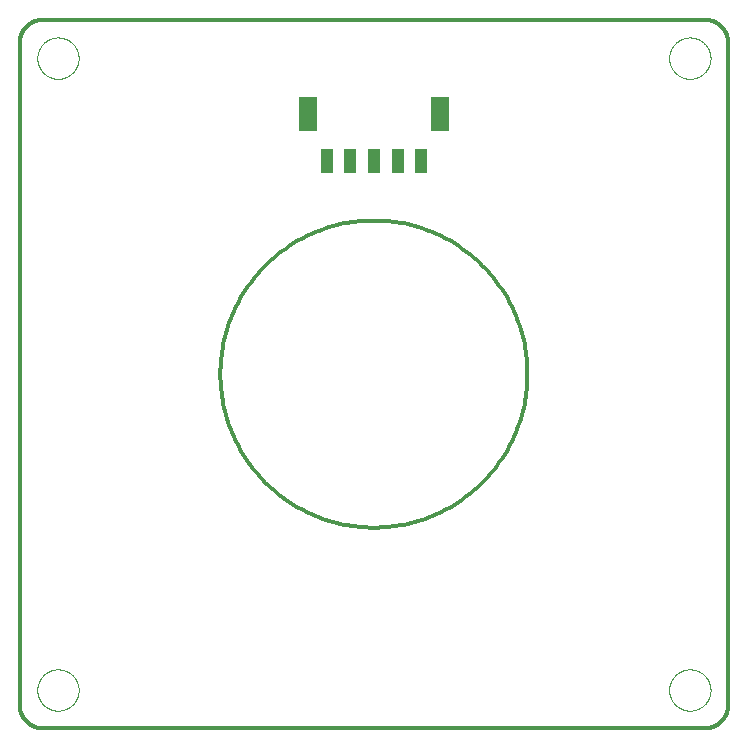
<source format=gbp>
G75*
%MOIN*%
%OFA0B0*%
%FSLAX25Y25*%
%IPPOS*%
%LPD*%
%AMOC8*
5,1,8,0,0,1.08239X$1,22.5*
%
%ADD10C,0.01181*%
%ADD11C,0.00000*%
%ADD12R,0.04331X0.07874*%
%ADD13R,0.06299X0.11811*%
D10*
X0009465Y0003031D02*
X0229937Y0003031D01*
X0229937Y0003032D02*
X0230127Y0003034D01*
X0230317Y0003041D01*
X0230507Y0003053D01*
X0230697Y0003069D01*
X0230886Y0003089D01*
X0231075Y0003115D01*
X0231263Y0003144D01*
X0231450Y0003179D01*
X0231636Y0003218D01*
X0231821Y0003261D01*
X0232006Y0003309D01*
X0232189Y0003361D01*
X0232370Y0003417D01*
X0232550Y0003478D01*
X0232729Y0003544D01*
X0232906Y0003613D01*
X0233082Y0003687D01*
X0233255Y0003765D01*
X0233427Y0003848D01*
X0233596Y0003934D01*
X0233764Y0004024D01*
X0233929Y0004119D01*
X0234092Y0004217D01*
X0234252Y0004320D01*
X0234410Y0004426D01*
X0234565Y0004536D01*
X0234718Y0004649D01*
X0234868Y0004767D01*
X0235014Y0004888D01*
X0235158Y0005012D01*
X0235299Y0005140D01*
X0235437Y0005271D01*
X0235572Y0005406D01*
X0235703Y0005544D01*
X0235831Y0005685D01*
X0235955Y0005829D01*
X0236076Y0005975D01*
X0236194Y0006125D01*
X0236307Y0006278D01*
X0236417Y0006433D01*
X0236523Y0006591D01*
X0236626Y0006751D01*
X0236724Y0006914D01*
X0236819Y0007079D01*
X0236909Y0007247D01*
X0236995Y0007416D01*
X0237078Y0007588D01*
X0237156Y0007761D01*
X0237230Y0007937D01*
X0237299Y0008114D01*
X0237365Y0008293D01*
X0237426Y0008473D01*
X0237482Y0008654D01*
X0237534Y0008837D01*
X0237582Y0009022D01*
X0237625Y0009207D01*
X0237664Y0009393D01*
X0237699Y0009580D01*
X0237728Y0009768D01*
X0237754Y0009957D01*
X0237774Y0010146D01*
X0237790Y0010336D01*
X0237802Y0010526D01*
X0237809Y0010716D01*
X0237811Y0010906D01*
X0237811Y0231378D01*
X0237809Y0231568D01*
X0237802Y0231758D01*
X0237790Y0231948D01*
X0237774Y0232138D01*
X0237754Y0232327D01*
X0237728Y0232516D01*
X0237699Y0232704D01*
X0237664Y0232891D01*
X0237625Y0233077D01*
X0237582Y0233262D01*
X0237534Y0233447D01*
X0237482Y0233630D01*
X0237426Y0233811D01*
X0237365Y0233991D01*
X0237299Y0234170D01*
X0237230Y0234347D01*
X0237156Y0234523D01*
X0237078Y0234696D01*
X0236995Y0234868D01*
X0236909Y0235037D01*
X0236819Y0235205D01*
X0236724Y0235370D01*
X0236626Y0235533D01*
X0236523Y0235693D01*
X0236417Y0235851D01*
X0236307Y0236006D01*
X0236194Y0236159D01*
X0236076Y0236309D01*
X0235955Y0236455D01*
X0235831Y0236599D01*
X0235703Y0236740D01*
X0235572Y0236878D01*
X0235437Y0237013D01*
X0235299Y0237144D01*
X0235158Y0237272D01*
X0235014Y0237396D01*
X0234868Y0237517D01*
X0234718Y0237635D01*
X0234565Y0237748D01*
X0234410Y0237858D01*
X0234252Y0237964D01*
X0234092Y0238067D01*
X0233929Y0238165D01*
X0233764Y0238260D01*
X0233596Y0238350D01*
X0233427Y0238436D01*
X0233255Y0238519D01*
X0233082Y0238597D01*
X0232906Y0238671D01*
X0232729Y0238740D01*
X0232550Y0238806D01*
X0232370Y0238867D01*
X0232189Y0238923D01*
X0232006Y0238975D01*
X0231821Y0239023D01*
X0231636Y0239066D01*
X0231450Y0239105D01*
X0231263Y0239140D01*
X0231075Y0239169D01*
X0230886Y0239195D01*
X0230697Y0239215D01*
X0230507Y0239231D01*
X0230317Y0239243D01*
X0230127Y0239250D01*
X0229937Y0239252D01*
X0009465Y0239252D01*
X0009275Y0239250D01*
X0009085Y0239243D01*
X0008895Y0239231D01*
X0008705Y0239215D01*
X0008516Y0239195D01*
X0008327Y0239169D01*
X0008139Y0239140D01*
X0007952Y0239105D01*
X0007766Y0239066D01*
X0007581Y0239023D01*
X0007396Y0238975D01*
X0007213Y0238923D01*
X0007032Y0238867D01*
X0006852Y0238806D01*
X0006673Y0238740D01*
X0006496Y0238671D01*
X0006320Y0238597D01*
X0006147Y0238519D01*
X0005975Y0238436D01*
X0005806Y0238350D01*
X0005638Y0238260D01*
X0005473Y0238165D01*
X0005310Y0238067D01*
X0005150Y0237964D01*
X0004992Y0237858D01*
X0004837Y0237748D01*
X0004684Y0237635D01*
X0004534Y0237517D01*
X0004388Y0237396D01*
X0004244Y0237272D01*
X0004103Y0237144D01*
X0003965Y0237013D01*
X0003830Y0236878D01*
X0003699Y0236740D01*
X0003571Y0236599D01*
X0003447Y0236455D01*
X0003326Y0236309D01*
X0003208Y0236159D01*
X0003095Y0236006D01*
X0002985Y0235851D01*
X0002879Y0235693D01*
X0002776Y0235533D01*
X0002678Y0235370D01*
X0002583Y0235205D01*
X0002493Y0235037D01*
X0002407Y0234868D01*
X0002324Y0234696D01*
X0002246Y0234523D01*
X0002172Y0234347D01*
X0002103Y0234170D01*
X0002037Y0233991D01*
X0001976Y0233811D01*
X0001920Y0233630D01*
X0001868Y0233447D01*
X0001820Y0233262D01*
X0001777Y0233077D01*
X0001738Y0232891D01*
X0001703Y0232704D01*
X0001674Y0232516D01*
X0001648Y0232327D01*
X0001628Y0232138D01*
X0001612Y0231948D01*
X0001600Y0231758D01*
X0001593Y0231568D01*
X0001591Y0231378D01*
X0001591Y0010906D01*
X0001593Y0010716D01*
X0001600Y0010526D01*
X0001612Y0010336D01*
X0001628Y0010146D01*
X0001648Y0009957D01*
X0001674Y0009768D01*
X0001703Y0009580D01*
X0001738Y0009393D01*
X0001777Y0009207D01*
X0001820Y0009022D01*
X0001868Y0008837D01*
X0001920Y0008654D01*
X0001976Y0008473D01*
X0002037Y0008293D01*
X0002103Y0008114D01*
X0002172Y0007937D01*
X0002246Y0007761D01*
X0002324Y0007588D01*
X0002407Y0007416D01*
X0002493Y0007247D01*
X0002583Y0007079D01*
X0002678Y0006914D01*
X0002776Y0006751D01*
X0002879Y0006591D01*
X0002985Y0006433D01*
X0003095Y0006278D01*
X0003208Y0006125D01*
X0003326Y0005975D01*
X0003447Y0005829D01*
X0003571Y0005685D01*
X0003699Y0005544D01*
X0003830Y0005406D01*
X0003965Y0005271D01*
X0004103Y0005140D01*
X0004244Y0005012D01*
X0004388Y0004888D01*
X0004534Y0004767D01*
X0004684Y0004649D01*
X0004837Y0004536D01*
X0004992Y0004426D01*
X0005150Y0004320D01*
X0005310Y0004217D01*
X0005473Y0004119D01*
X0005638Y0004024D01*
X0005806Y0003934D01*
X0005975Y0003848D01*
X0006147Y0003765D01*
X0006320Y0003687D01*
X0006496Y0003613D01*
X0006673Y0003544D01*
X0006852Y0003478D01*
X0007032Y0003417D01*
X0007213Y0003361D01*
X0007396Y0003309D01*
X0007581Y0003261D01*
X0007766Y0003218D01*
X0007952Y0003179D01*
X0008139Y0003144D01*
X0008327Y0003115D01*
X0008516Y0003089D01*
X0008705Y0003069D01*
X0008895Y0003053D01*
X0009085Y0003041D01*
X0009275Y0003034D01*
X0009465Y0003032D01*
X0068520Y0121142D02*
X0068535Y0122398D01*
X0068582Y0123653D01*
X0068659Y0124907D01*
X0068766Y0126159D01*
X0068905Y0127407D01*
X0069074Y0128652D01*
X0069274Y0129892D01*
X0069503Y0131127D01*
X0069764Y0132356D01*
X0070054Y0133578D01*
X0070374Y0134793D01*
X0070724Y0135999D01*
X0071103Y0137197D01*
X0071512Y0138384D01*
X0071949Y0139562D01*
X0072416Y0140728D01*
X0072911Y0141883D01*
X0073434Y0143025D01*
X0073985Y0144154D01*
X0074563Y0145269D01*
X0075169Y0146369D01*
X0075802Y0147454D01*
X0076461Y0148524D01*
X0077146Y0149577D01*
X0077856Y0150612D01*
X0078592Y0151630D01*
X0079353Y0152630D01*
X0080138Y0153611D01*
X0080946Y0154572D01*
X0081778Y0155513D01*
X0082633Y0156433D01*
X0083511Y0157332D01*
X0084410Y0158210D01*
X0085330Y0159065D01*
X0086271Y0159897D01*
X0087232Y0160705D01*
X0088213Y0161490D01*
X0089213Y0162251D01*
X0090231Y0162987D01*
X0091266Y0163697D01*
X0092319Y0164382D01*
X0093389Y0165041D01*
X0094474Y0165674D01*
X0095574Y0166280D01*
X0096689Y0166858D01*
X0097818Y0167409D01*
X0098960Y0167932D01*
X0100115Y0168427D01*
X0101281Y0168894D01*
X0102459Y0169331D01*
X0103646Y0169740D01*
X0104844Y0170119D01*
X0106050Y0170469D01*
X0107265Y0170789D01*
X0108487Y0171079D01*
X0109716Y0171340D01*
X0110951Y0171569D01*
X0112191Y0171769D01*
X0113436Y0171938D01*
X0114684Y0172077D01*
X0115936Y0172184D01*
X0117190Y0172261D01*
X0118445Y0172308D01*
X0119701Y0172323D01*
X0120957Y0172308D01*
X0122212Y0172261D01*
X0123466Y0172184D01*
X0124718Y0172077D01*
X0125966Y0171938D01*
X0127211Y0171769D01*
X0128451Y0171569D01*
X0129686Y0171340D01*
X0130915Y0171079D01*
X0132137Y0170789D01*
X0133352Y0170469D01*
X0134558Y0170119D01*
X0135756Y0169740D01*
X0136943Y0169331D01*
X0138121Y0168894D01*
X0139287Y0168427D01*
X0140442Y0167932D01*
X0141584Y0167409D01*
X0142713Y0166858D01*
X0143828Y0166280D01*
X0144928Y0165674D01*
X0146013Y0165041D01*
X0147083Y0164382D01*
X0148136Y0163697D01*
X0149171Y0162987D01*
X0150189Y0162251D01*
X0151189Y0161490D01*
X0152170Y0160705D01*
X0153131Y0159897D01*
X0154072Y0159065D01*
X0154992Y0158210D01*
X0155891Y0157332D01*
X0156769Y0156433D01*
X0157624Y0155513D01*
X0158456Y0154572D01*
X0159264Y0153611D01*
X0160049Y0152630D01*
X0160810Y0151630D01*
X0161546Y0150612D01*
X0162256Y0149577D01*
X0162941Y0148524D01*
X0163600Y0147454D01*
X0164233Y0146369D01*
X0164839Y0145269D01*
X0165417Y0144154D01*
X0165968Y0143025D01*
X0166491Y0141883D01*
X0166986Y0140728D01*
X0167453Y0139562D01*
X0167890Y0138384D01*
X0168299Y0137197D01*
X0168678Y0135999D01*
X0169028Y0134793D01*
X0169348Y0133578D01*
X0169638Y0132356D01*
X0169899Y0131127D01*
X0170128Y0129892D01*
X0170328Y0128652D01*
X0170497Y0127407D01*
X0170636Y0126159D01*
X0170743Y0124907D01*
X0170820Y0123653D01*
X0170867Y0122398D01*
X0170882Y0121142D01*
X0170867Y0119886D01*
X0170820Y0118631D01*
X0170743Y0117377D01*
X0170636Y0116125D01*
X0170497Y0114877D01*
X0170328Y0113632D01*
X0170128Y0112392D01*
X0169899Y0111157D01*
X0169638Y0109928D01*
X0169348Y0108706D01*
X0169028Y0107491D01*
X0168678Y0106285D01*
X0168299Y0105087D01*
X0167890Y0103900D01*
X0167453Y0102722D01*
X0166986Y0101556D01*
X0166491Y0100401D01*
X0165968Y0099259D01*
X0165417Y0098130D01*
X0164839Y0097015D01*
X0164233Y0095915D01*
X0163600Y0094830D01*
X0162941Y0093760D01*
X0162256Y0092707D01*
X0161546Y0091672D01*
X0160810Y0090654D01*
X0160049Y0089654D01*
X0159264Y0088673D01*
X0158456Y0087712D01*
X0157624Y0086771D01*
X0156769Y0085851D01*
X0155891Y0084952D01*
X0154992Y0084074D01*
X0154072Y0083219D01*
X0153131Y0082387D01*
X0152170Y0081579D01*
X0151189Y0080794D01*
X0150189Y0080033D01*
X0149171Y0079297D01*
X0148136Y0078587D01*
X0147083Y0077902D01*
X0146013Y0077243D01*
X0144928Y0076610D01*
X0143828Y0076004D01*
X0142713Y0075426D01*
X0141584Y0074875D01*
X0140442Y0074352D01*
X0139287Y0073857D01*
X0138121Y0073390D01*
X0136943Y0072953D01*
X0135756Y0072544D01*
X0134558Y0072165D01*
X0133352Y0071815D01*
X0132137Y0071495D01*
X0130915Y0071205D01*
X0129686Y0070944D01*
X0128451Y0070715D01*
X0127211Y0070515D01*
X0125966Y0070346D01*
X0124718Y0070207D01*
X0123466Y0070100D01*
X0122212Y0070023D01*
X0120957Y0069976D01*
X0119701Y0069961D01*
X0118445Y0069976D01*
X0117190Y0070023D01*
X0115936Y0070100D01*
X0114684Y0070207D01*
X0113436Y0070346D01*
X0112191Y0070515D01*
X0110951Y0070715D01*
X0109716Y0070944D01*
X0108487Y0071205D01*
X0107265Y0071495D01*
X0106050Y0071815D01*
X0104844Y0072165D01*
X0103646Y0072544D01*
X0102459Y0072953D01*
X0101281Y0073390D01*
X0100115Y0073857D01*
X0098960Y0074352D01*
X0097818Y0074875D01*
X0096689Y0075426D01*
X0095574Y0076004D01*
X0094474Y0076610D01*
X0093389Y0077243D01*
X0092319Y0077902D01*
X0091266Y0078587D01*
X0090231Y0079297D01*
X0089213Y0080033D01*
X0088213Y0080794D01*
X0087232Y0081579D01*
X0086271Y0082387D01*
X0085330Y0083219D01*
X0084410Y0084074D01*
X0083511Y0084952D01*
X0082633Y0085851D01*
X0081778Y0086771D01*
X0080946Y0087712D01*
X0080138Y0088673D01*
X0079353Y0089654D01*
X0078592Y0090654D01*
X0077856Y0091672D01*
X0077146Y0092707D01*
X0076461Y0093760D01*
X0075802Y0094830D01*
X0075169Y0095915D01*
X0074563Y0097015D01*
X0073985Y0098130D01*
X0073434Y0099259D01*
X0072911Y0100401D01*
X0072416Y0101556D01*
X0071949Y0102722D01*
X0071512Y0103900D01*
X0071103Y0105087D01*
X0070724Y0106285D01*
X0070374Y0107491D01*
X0070054Y0108706D01*
X0069764Y0109928D01*
X0069503Y0111157D01*
X0069274Y0112392D01*
X0069074Y0113632D01*
X0068905Y0114877D01*
X0068766Y0116125D01*
X0068659Y0117377D01*
X0068582Y0118631D01*
X0068535Y0119886D01*
X0068520Y0121142D01*
D11*
X0007496Y0226457D02*
X0007498Y0226626D01*
X0007504Y0226795D01*
X0007515Y0226964D01*
X0007529Y0227132D01*
X0007548Y0227300D01*
X0007571Y0227468D01*
X0007597Y0227635D01*
X0007628Y0227801D01*
X0007663Y0227967D01*
X0007702Y0228131D01*
X0007746Y0228295D01*
X0007793Y0228457D01*
X0007844Y0228618D01*
X0007899Y0228778D01*
X0007958Y0228937D01*
X0008020Y0229094D01*
X0008087Y0229249D01*
X0008158Y0229403D01*
X0008232Y0229555D01*
X0008310Y0229705D01*
X0008391Y0229853D01*
X0008476Y0229999D01*
X0008565Y0230143D01*
X0008657Y0230285D01*
X0008753Y0230424D01*
X0008852Y0230561D01*
X0008954Y0230696D01*
X0009060Y0230828D01*
X0009169Y0230957D01*
X0009281Y0231084D01*
X0009396Y0231208D01*
X0009514Y0231329D01*
X0009635Y0231447D01*
X0009759Y0231562D01*
X0009886Y0231674D01*
X0010015Y0231783D01*
X0010147Y0231889D01*
X0010282Y0231991D01*
X0010419Y0232090D01*
X0010558Y0232186D01*
X0010700Y0232278D01*
X0010844Y0232367D01*
X0010990Y0232452D01*
X0011138Y0232533D01*
X0011288Y0232611D01*
X0011440Y0232685D01*
X0011594Y0232756D01*
X0011749Y0232823D01*
X0011906Y0232885D01*
X0012065Y0232944D01*
X0012225Y0232999D01*
X0012386Y0233050D01*
X0012548Y0233097D01*
X0012712Y0233141D01*
X0012876Y0233180D01*
X0013042Y0233215D01*
X0013208Y0233246D01*
X0013375Y0233272D01*
X0013543Y0233295D01*
X0013711Y0233314D01*
X0013879Y0233328D01*
X0014048Y0233339D01*
X0014217Y0233345D01*
X0014386Y0233347D01*
X0014555Y0233345D01*
X0014724Y0233339D01*
X0014893Y0233328D01*
X0015061Y0233314D01*
X0015229Y0233295D01*
X0015397Y0233272D01*
X0015564Y0233246D01*
X0015730Y0233215D01*
X0015896Y0233180D01*
X0016060Y0233141D01*
X0016224Y0233097D01*
X0016386Y0233050D01*
X0016547Y0232999D01*
X0016707Y0232944D01*
X0016866Y0232885D01*
X0017023Y0232823D01*
X0017178Y0232756D01*
X0017332Y0232685D01*
X0017484Y0232611D01*
X0017634Y0232533D01*
X0017782Y0232452D01*
X0017928Y0232367D01*
X0018072Y0232278D01*
X0018214Y0232186D01*
X0018353Y0232090D01*
X0018490Y0231991D01*
X0018625Y0231889D01*
X0018757Y0231783D01*
X0018886Y0231674D01*
X0019013Y0231562D01*
X0019137Y0231447D01*
X0019258Y0231329D01*
X0019376Y0231208D01*
X0019491Y0231084D01*
X0019603Y0230957D01*
X0019712Y0230828D01*
X0019818Y0230696D01*
X0019920Y0230561D01*
X0020019Y0230424D01*
X0020115Y0230285D01*
X0020207Y0230143D01*
X0020296Y0229999D01*
X0020381Y0229853D01*
X0020462Y0229705D01*
X0020540Y0229555D01*
X0020614Y0229403D01*
X0020685Y0229249D01*
X0020752Y0229094D01*
X0020814Y0228937D01*
X0020873Y0228778D01*
X0020928Y0228618D01*
X0020979Y0228457D01*
X0021026Y0228295D01*
X0021070Y0228131D01*
X0021109Y0227967D01*
X0021144Y0227801D01*
X0021175Y0227635D01*
X0021201Y0227468D01*
X0021224Y0227300D01*
X0021243Y0227132D01*
X0021257Y0226964D01*
X0021268Y0226795D01*
X0021274Y0226626D01*
X0021276Y0226457D01*
X0021274Y0226288D01*
X0021268Y0226119D01*
X0021257Y0225950D01*
X0021243Y0225782D01*
X0021224Y0225614D01*
X0021201Y0225446D01*
X0021175Y0225279D01*
X0021144Y0225113D01*
X0021109Y0224947D01*
X0021070Y0224783D01*
X0021026Y0224619D01*
X0020979Y0224457D01*
X0020928Y0224296D01*
X0020873Y0224136D01*
X0020814Y0223977D01*
X0020752Y0223820D01*
X0020685Y0223665D01*
X0020614Y0223511D01*
X0020540Y0223359D01*
X0020462Y0223209D01*
X0020381Y0223061D01*
X0020296Y0222915D01*
X0020207Y0222771D01*
X0020115Y0222629D01*
X0020019Y0222490D01*
X0019920Y0222353D01*
X0019818Y0222218D01*
X0019712Y0222086D01*
X0019603Y0221957D01*
X0019491Y0221830D01*
X0019376Y0221706D01*
X0019258Y0221585D01*
X0019137Y0221467D01*
X0019013Y0221352D01*
X0018886Y0221240D01*
X0018757Y0221131D01*
X0018625Y0221025D01*
X0018490Y0220923D01*
X0018353Y0220824D01*
X0018214Y0220728D01*
X0018072Y0220636D01*
X0017928Y0220547D01*
X0017782Y0220462D01*
X0017634Y0220381D01*
X0017484Y0220303D01*
X0017332Y0220229D01*
X0017178Y0220158D01*
X0017023Y0220091D01*
X0016866Y0220029D01*
X0016707Y0219970D01*
X0016547Y0219915D01*
X0016386Y0219864D01*
X0016224Y0219817D01*
X0016060Y0219773D01*
X0015896Y0219734D01*
X0015730Y0219699D01*
X0015564Y0219668D01*
X0015397Y0219642D01*
X0015229Y0219619D01*
X0015061Y0219600D01*
X0014893Y0219586D01*
X0014724Y0219575D01*
X0014555Y0219569D01*
X0014386Y0219567D01*
X0014217Y0219569D01*
X0014048Y0219575D01*
X0013879Y0219586D01*
X0013711Y0219600D01*
X0013543Y0219619D01*
X0013375Y0219642D01*
X0013208Y0219668D01*
X0013042Y0219699D01*
X0012876Y0219734D01*
X0012712Y0219773D01*
X0012548Y0219817D01*
X0012386Y0219864D01*
X0012225Y0219915D01*
X0012065Y0219970D01*
X0011906Y0220029D01*
X0011749Y0220091D01*
X0011594Y0220158D01*
X0011440Y0220229D01*
X0011288Y0220303D01*
X0011138Y0220381D01*
X0010990Y0220462D01*
X0010844Y0220547D01*
X0010700Y0220636D01*
X0010558Y0220728D01*
X0010419Y0220824D01*
X0010282Y0220923D01*
X0010147Y0221025D01*
X0010015Y0221131D01*
X0009886Y0221240D01*
X0009759Y0221352D01*
X0009635Y0221467D01*
X0009514Y0221585D01*
X0009396Y0221706D01*
X0009281Y0221830D01*
X0009169Y0221957D01*
X0009060Y0222086D01*
X0008954Y0222218D01*
X0008852Y0222353D01*
X0008753Y0222490D01*
X0008657Y0222629D01*
X0008565Y0222771D01*
X0008476Y0222915D01*
X0008391Y0223061D01*
X0008310Y0223209D01*
X0008232Y0223359D01*
X0008158Y0223511D01*
X0008087Y0223665D01*
X0008020Y0223820D01*
X0007958Y0223977D01*
X0007899Y0224136D01*
X0007844Y0224296D01*
X0007793Y0224457D01*
X0007746Y0224619D01*
X0007702Y0224783D01*
X0007663Y0224947D01*
X0007628Y0225113D01*
X0007597Y0225279D01*
X0007571Y0225446D01*
X0007548Y0225614D01*
X0007529Y0225782D01*
X0007515Y0225950D01*
X0007504Y0226119D01*
X0007498Y0226288D01*
X0007496Y0226457D01*
X0007496Y0015827D02*
X0007498Y0015996D01*
X0007504Y0016165D01*
X0007515Y0016334D01*
X0007529Y0016502D01*
X0007548Y0016670D01*
X0007571Y0016838D01*
X0007597Y0017005D01*
X0007628Y0017171D01*
X0007663Y0017337D01*
X0007702Y0017501D01*
X0007746Y0017665D01*
X0007793Y0017827D01*
X0007844Y0017988D01*
X0007899Y0018148D01*
X0007958Y0018307D01*
X0008020Y0018464D01*
X0008087Y0018619D01*
X0008158Y0018773D01*
X0008232Y0018925D01*
X0008310Y0019075D01*
X0008391Y0019223D01*
X0008476Y0019369D01*
X0008565Y0019513D01*
X0008657Y0019655D01*
X0008753Y0019794D01*
X0008852Y0019931D01*
X0008954Y0020066D01*
X0009060Y0020198D01*
X0009169Y0020327D01*
X0009281Y0020454D01*
X0009396Y0020578D01*
X0009514Y0020699D01*
X0009635Y0020817D01*
X0009759Y0020932D01*
X0009886Y0021044D01*
X0010015Y0021153D01*
X0010147Y0021259D01*
X0010282Y0021361D01*
X0010419Y0021460D01*
X0010558Y0021556D01*
X0010700Y0021648D01*
X0010844Y0021737D01*
X0010990Y0021822D01*
X0011138Y0021903D01*
X0011288Y0021981D01*
X0011440Y0022055D01*
X0011594Y0022126D01*
X0011749Y0022193D01*
X0011906Y0022255D01*
X0012065Y0022314D01*
X0012225Y0022369D01*
X0012386Y0022420D01*
X0012548Y0022467D01*
X0012712Y0022511D01*
X0012876Y0022550D01*
X0013042Y0022585D01*
X0013208Y0022616D01*
X0013375Y0022642D01*
X0013543Y0022665D01*
X0013711Y0022684D01*
X0013879Y0022698D01*
X0014048Y0022709D01*
X0014217Y0022715D01*
X0014386Y0022717D01*
X0014555Y0022715D01*
X0014724Y0022709D01*
X0014893Y0022698D01*
X0015061Y0022684D01*
X0015229Y0022665D01*
X0015397Y0022642D01*
X0015564Y0022616D01*
X0015730Y0022585D01*
X0015896Y0022550D01*
X0016060Y0022511D01*
X0016224Y0022467D01*
X0016386Y0022420D01*
X0016547Y0022369D01*
X0016707Y0022314D01*
X0016866Y0022255D01*
X0017023Y0022193D01*
X0017178Y0022126D01*
X0017332Y0022055D01*
X0017484Y0021981D01*
X0017634Y0021903D01*
X0017782Y0021822D01*
X0017928Y0021737D01*
X0018072Y0021648D01*
X0018214Y0021556D01*
X0018353Y0021460D01*
X0018490Y0021361D01*
X0018625Y0021259D01*
X0018757Y0021153D01*
X0018886Y0021044D01*
X0019013Y0020932D01*
X0019137Y0020817D01*
X0019258Y0020699D01*
X0019376Y0020578D01*
X0019491Y0020454D01*
X0019603Y0020327D01*
X0019712Y0020198D01*
X0019818Y0020066D01*
X0019920Y0019931D01*
X0020019Y0019794D01*
X0020115Y0019655D01*
X0020207Y0019513D01*
X0020296Y0019369D01*
X0020381Y0019223D01*
X0020462Y0019075D01*
X0020540Y0018925D01*
X0020614Y0018773D01*
X0020685Y0018619D01*
X0020752Y0018464D01*
X0020814Y0018307D01*
X0020873Y0018148D01*
X0020928Y0017988D01*
X0020979Y0017827D01*
X0021026Y0017665D01*
X0021070Y0017501D01*
X0021109Y0017337D01*
X0021144Y0017171D01*
X0021175Y0017005D01*
X0021201Y0016838D01*
X0021224Y0016670D01*
X0021243Y0016502D01*
X0021257Y0016334D01*
X0021268Y0016165D01*
X0021274Y0015996D01*
X0021276Y0015827D01*
X0021274Y0015658D01*
X0021268Y0015489D01*
X0021257Y0015320D01*
X0021243Y0015152D01*
X0021224Y0014984D01*
X0021201Y0014816D01*
X0021175Y0014649D01*
X0021144Y0014483D01*
X0021109Y0014317D01*
X0021070Y0014153D01*
X0021026Y0013989D01*
X0020979Y0013827D01*
X0020928Y0013666D01*
X0020873Y0013506D01*
X0020814Y0013347D01*
X0020752Y0013190D01*
X0020685Y0013035D01*
X0020614Y0012881D01*
X0020540Y0012729D01*
X0020462Y0012579D01*
X0020381Y0012431D01*
X0020296Y0012285D01*
X0020207Y0012141D01*
X0020115Y0011999D01*
X0020019Y0011860D01*
X0019920Y0011723D01*
X0019818Y0011588D01*
X0019712Y0011456D01*
X0019603Y0011327D01*
X0019491Y0011200D01*
X0019376Y0011076D01*
X0019258Y0010955D01*
X0019137Y0010837D01*
X0019013Y0010722D01*
X0018886Y0010610D01*
X0018757Y0010501D01*
X0018625Y0010395D01*
X0018490Y0010293D01*
X0018353Y0010194D01*
X0018214Y0010098D01*
X0018072Y0010006D01*
X0017928Y0009917D01*
X0017782Y0009832D01*
X0017634Y0009751D01*
X0017484Y0009673D01*
X0017332Y0009599D01*
X0017178Y0009528D01*
X0017023Y0009461D01*
X0016866Y0009399D01*
X0016707Y0009340D01*
X0016547Y0009285D01*
X0016386Y0009234D01*
X0016224Y0009187D01*
X0016060Y0009143D01*
X0015896Y0009104D01*
X0015730Y0009069D01*
X0015564Y0009038D01*
X0015397Y0009012D01*
X0015229Y0008989D01*
X0015061Y0008970D01*
X0014893Y0008956D01*
X0014724Y0008945D01*
X0014555Y0008939D01*
X0014386Y0008937D01*
X0014217Y0008939D01*
X0014048Y0008945D01*
X0013879Y0008956D01*
X0013711Y0008970D01*
X0013543Y0008989D01*
X0013375Y0009012D01*
X0013208Y0009038D01*
X0013042Y0009069D01*
X0012876Y0009104D01*
X0012712Y0009143D01*
X0012548Y0009187D01*
X0012386Y0009234D01*
X0012225Y0009285D01*
X0012065Y0009340D01*
X0011906Y0009399D01*
X0011749Y0009461D01*
X0011594Y0009528D01*
X0011440Y0009599D01*
X0011288Y0009673D01*
X0011138Y0009751D01*
X0010990Y0009832D01*
X0010844Y0009917D01*
X0010700Y0010006D01*
X0010558Y0010098D01*
X0010419Y0010194D01*
X0010282Y0010293D01*
X0010147Y0010395D01*
X0010015Y0010501D01*
X0009886Y0010610D01*
X0009759Y0010722D01*
X0009635Y0010837D01*
X0009514Y0010955D01*
X0009396Y0011076D01*
X0009281Y0011200D01*
X0009169Y0011327D01*
X0009060Y0011456D01*
X0008954Y0011588D01*
X0008852Y0011723D01*
X0008753Y0011860D01*
X0008657Y0011999D01*
X0008565Y0012141D01*
X0008476Y0012285D01*
X0008391Y0012431D01*
X0008310Y0012579D01*
X0008232Y0012729D01*
X0008158Y0012881D01*
X0008087Y0013035D01*
X0008020Y0013190D01*
X0007958Y0013347D01*
X0007899Y0013506D01*
X0007844Y0013666D01*
X0007793Y0013827D01*
X0007746Y0013989D01*
X0007702Y0014153D01*
X0007663Y0014317D01*
X0007628Y0014483D01*
X0007597Y0014649D01*
X0007571Y0014816D01*
X0007548Y0014984D01*
X0007529Y0015152D01*
X0007515Y0015320D01*
X0007504Y0015489D01*
X0007498Y0015658D01*
X0007496Y0015827D01*
X0218126Y0015827D02*
X0218128Y0015996D01*
X0218134Y0016165D01*
X0218145Y0016334D01*
X0218159Y0016502D01*
X0218178Y0016670D01*
X0218201Y0016838D01*
X0218227Y0017005D01*
X0218258Y0017171D01*
X0218293Y0017337D01*
X0218332Y0017501D01*
X0218376Y0017665D01*
X0218423Y0017827D01*
X0218474Y0017988D01*
X0218529Y0018148D01*
X0218588Y0018307D01*
X0218650Y0018464D01*
X0218717Y0018619D01*
X0218788Y0018773D01*
X0218862Y0018925D01*
X0218940Y0019075D01*
X0219021Y0019223D01*
X0219106Y0019369D01*
X0219195Y0019513D01*
X0219287Y0019655D01*
X0219383Y0019794D01*
X0219482Y0019931D01*
X0219584Y0020066D01*
X0219690Y0020198D01*
X0219799Y0020327D01*
X0219911Y0020454D01*
X0220026Y0020578D01*
X0220144Y0020699D01*
X0220265Y0020817D01*
X0220389Y0020932D01*
X0220516Y0021044D01*
X0220645Y0021153D01*
X0220777Y0021259D01*
X0220912Y0021361D01*
X0221049Y0021460D01*
X0221188Y0021556D01*
X0221330Y0021648D01*
X0221474Y0021737D01*
X0221620Y0021822D01*
X0221768Y0021903D01*
X0221918Y0021981D01*
X0222070Y0022055D01*
X0222224Y0022126D01*
X0222379Y0022193D01*
X0222536Y0022255D01*
X0222695Y0022314D01*
X0222855Y0022369D01*
X0223016Y0022420D01*
X0223178Y0022467D01*
X0223342Y0022511D01*
X0223506Y0022550D01*
X0223672Y0022585D01*
X0223838Y0022616D01*
X0224005Y0022642D01*
X0224173Y0022665D01*
X0224341Y0022684D01*
X0224509Y0022698D01*
X0224678Y0022709D01*
X0224847Y0022715D01*
X0225016Y0022717D01*
X0225185Y0022715D01*
X0225354Y0022709D01*
X0225523Y0022698D01*
X0225691Y0022684D01*
X0225859Y0022665D01*
X0226027Y0022642D01*
X0226194Y0022616D01*
X0226360Y0022585D01*
X0226526Y0022550D01*
X0226690Y0022511D01*
X0226854Y0022467D01*
X0227016Y0022420D01*
X0227177Y0022369D01*
X0227337Y0022314D01*
X0227496Y0022255D01*
X0227653Y0022193D01*
X0227808Y0022126D01*
X0227962Y0022055D01*
X0228114Y0021981D01*
X0228264Y0021903D01*
X0228412Y0021822D01*
X0228558Y0021737D01*
X0228702Y0021648D01*
X0228844Y0021556D01*
X0228983Y0021460D01*
X0229120Y0021361D01*
X0229255Y0021259D01*
X0229387Y0021153D01*
X0229516Y0021044D01*
X0229643Y0020932D01*
X0229767Y0020817D01*
X0229888Y0020699D01*
X0230006Y0020578D01*
X0230121Y0020454D01*
X0230233Y0020327D01*
X0230342Y0020198D01*
X0230448Y0020066D01*
X0230550Y0019931D01*
X0230649Y0019794D01*
X0230745Y0019655D01*
X0230837Y0019513D01*
X0230926Y0019369D01*
X0231011Y0019223D01*
X0231092Y0019075D01*
X0231170Y0018925D01*
X0231244Y0018773D01*
X0231315Y0018619D01*
X0231382Y0018464D01*
X0231444Y0018307D01*
X0231503Y0018148D01*
X0231558Y0017988D01*
X0231609Y0017827D01*
X0231656Y0017665D01*
X0231700Y0017501D01*
X0231739Y0017337D01*
X0231774Y0017171D01*
X0231805Y0017005D01*
X0231831Y0016838D01*
X0231854Y0016670D01*
X0231873Y0016502D01*
X0231887Y0016334D01*
X0231898Y0016165D01*
X0231904Y0015996D01*
X0231906Y0015827D01*
X0231904Y0015658D01*
X0231898Y0015489D01*
X0231887Y0015320D01*
X0231873Y0015152D01*
X0231854Y0014984D01*
X0231831Y0014816D01*
X0231805Y0014649D01*
X0231774Y0014483D01*
X0231739Y0014317D01*
X0231700Y0014153D01*
X0231656Y0013989D01*
X0231609Y0013827D01*
X0231558Y0013666D01*
X0231503Y0013506D01*
X0231444Y0013347D01*
X0231382Y0013190D01*
X0231315Y0013035D01*
X0231244Y0012881D01*
X0231170Y0012729D01*
X0231092Y0012579D01*
X0231011Y0012431D01*
X0230926Y0012285D01*
X0230837Y0012141D01*
X0230745Y0011999D01*
X0230649Y0011860D01*
X0230550Y0011723D01*
X0230448Y0011588D01*
X0230342Y0011456D01*
X0230233Y0011327D01*
X0230121Y0011200D01*
X0230006Y0011076D01*
X0229888Y0010955D01*
X0229767Y0010837D01*
X0229643Y0010722D01*
X0229516Y0010610D01*
X0229387Y0010501D01*
X0229255Y0010395D01*
X0229120Y0010293D01*
X0228983Y0010194D01*
X0228844Y0010098D01*
X0228702Y0010006D01*
X0228558Y0009917D01*
X0228412Y0009832D01*
X0228264Y0009751D01*
X0228114Y0009673D01*
X0227962Y0009599D01*
X0227808Y0009528D01*
X0227653Y0009461D01*
X0227496Y0009399D01*
X0227337Y0009340D01*
X0227177Y0009285D01*
X0227016Y0009234D01*
X0226854Y0009187D01*
X0226690Y0009143D01*
X0226526Y0009104D01*
X0226360Y0009069D01*
X0226194Y0009038D01*
X0226027Y0009012D01*
X0225859Y0008989D01*
X0225691Y0008970D01*
X0225523Y0008956D01*
X0225354Y0008945D01*
X0225185Y0008939D01*
X0225016Y0008937D01*
X0224847Y0008939D01*
X0224678Y0008945D01*
X0224509Y0008956D01*
X0224341Y0008970D01*
X0224173Y0008989D01*
X0224005Y0009012D01*
X0223838Y0009038D01*
X0223672Y0009069D01*
X0223506Y0009104D01*
X0223342Y0009143D01*
X0223178Y0009187D01*
X0223016Y0009234D01*
X0222855Y0009285D01*
X0222695Y0009340D01*
X0222536Y0009399D01*
X0222379Y0009461D01*
X0222224Y0009528D01*
X0222070Y0009599D01*
X0221918Y0009673D01*
X0221768Y0009751D01*
X0221620Y0009832D01*
X0221474Y0009917D01*
X0221330Y0010006D01*
X0221188Y0010098D01*
X0221049Y0010194D01*
X0220912Y0010293D01*
X0220777Y0010395D01*
X0220645Y0010501D01*
X0220516Y0010610D01*
X0220389Y0010722D01*
X0220265Y0010837D01*
X0220144Y0010955D01*
X0220026Y0011076D01*
X0219911Y0011200D01*
X0219799Y0011327D01*
X0219690Y0011456D01*
X0219584Y0011588D01*
X0219482Y0011723D01*
X0219383Y0011860D01*
X0219287Y0011999D01*
X0219195Y0012141D01*
X0219106Y0012285D01*
X0219021Y0012431D01*
X0218940Y0012579D01*
X0218862Y0012729D01*
X0218788Y0012881D01*
X0218717Y0013035D01*
X0218650Y0013190D01*
X0218588Y0013347D01*
X0218529Y0013506D01*
X0218474Y0013666D01*
X0218423Y0013827D01*
X0218376Y0013989D01*
X0218332Y0014153D01*
X0218293Y0014317D01*
X0218258Y0014483D01*
X0218227Y0014649D01*
X0218201Y0014816D01*
X0218178Y0014984D01*
X0218159Y0015152D01*
X0218145Y0015320D01*
X0218134Y0015489D01*
X0218128Y0015658D01*
X0218126Y0015827D01*
X0218126Y0226457D02*
X0218128Y0226626D01*
X0218134Y0226795D01*
X0218145Y0226964D01*
X0218159Y0227132D01*
X0218178Y0227300D01*
X0218201Y0227468D01*
X0218227Y0227635D01*
X0218258Y0227801D01*
X0218293Y0227967D01*
X0218332Y0228131D01*
X0218376Y0228295D01*
X0218423Y0228457D01*
X0218474Y0228618D01*
X0218529Y0228778D01*
X0218588Y0228937D01*
X0218650Y0229094D01*
X0218717Y0229249D01*
X0218788Y0229403D01*
X0218862Y0229555D01*
X0218940Y0229705D01*
X0219021Y0229853D01*
X0219106Y0229999D01*
X0219195Y0230143D01*
X0219287Y0230285D01*
X0219383Y0230424D01*
X0219482Y0230561D01*
X0219584Y0230696D01*
X0219690Y0230828D01*
X0219799Y0230957D01*
X0219911Y0231084D01*
X0220026Y0231208D01*
X0220144Y0231329D01*
X0220265Y0231447D01*
X0220389Y0231562D01*
X0220516Y0231674D01*
X0220645Y0231783D01*
X0220777Y0231889D01*
X0220912Y0231991D01*
X0221049Y0232090D01*
X0221188Y0232186D01*
X0221330Y0232278D01*
X0221474Y0232367D01*
X0221620Y0232452D01*
X0221768Y0232533D01*
X0221918Y0232611D01*
X0222070Y0232685D01*
X0222224Y0232756D01*
X0222379Y0232823D01*
X0222536Y0232885D01*
X0222695Y0232944D01*
X0222855Y0232999D01*
X0223016Y0233050D01*
X0223178Y0233097D01*
X0223342Y0233141D01*
X0223506Y0233180D01*
X0223672Y0233215D01*
X0223838Y0233246D01*
X0224005Y0233272D01*
X0224173Y0233295D01*
X0224341Y0233314D01*
X0224509Y0233328D01*
X0224678Y0233339D01*
X0224847Y0233345D01*
X0225016Y0233347D01*
X0225185Y0233345D01*
X0225354Y0233339D01*
X0225523Y0233328D01*
X0225691Y0233314D01*
X0225859Y0233295D01*
X0226027Y0233272D01*
X0226194Y0233246D01*
X0226360Y0233215D01*
X0226526Y0233180D01*
X0226690Y0233141D01*
X0226854Y0233097D01*
X0227016Y0233050D01*
X0227177Y0232999D01*
X0227337Y0232944D01*
X0227496Y0232885D01*
X0227653Y0232823D01*
X0227808Y0232756D01*
X0227962Y0232685D01*
X0228114Y0232611D01*
X0228264Y0232533D01*
X0228412Y0232452D01*
X0228558Y0232367D01*
X0228702Y0232278D01*
X0228844Y0232186D01*
X0228983Y0232090D01*
X0229120Y0231991D01*
X0229255Y0231889D01*
X0229387Y0231783D01*
X0229516Y0231674D01*
X0229643Y0231562D01*
X0229767Y0231447D01*
X0229888Y0231329D01*
X0230006Y0231208D01*
X0230121Y0231084D01*
X0230233Y0230957D01*
X0230342Y0230828D01*
X0230448Y0230696D01*
X0230550Y0230561D01*
X0230649Y0230424D01*
X0230745Y0230285D01*
X0230837Y0230143D01*
X0230926Y0229999D01*
X0231011Y0229853D01*
X0231092Y0229705D01*
X0231170Y0229555D01*
X0231244Y0229403D01*
X0231315Y0229249D01*
X0231382Y0229094D01*
X0231444Y0228937D01*
X0231503Y0228778D01*
X0231558Y0228618D01*
X0231609Y0228457D01*
X0231656Y0228295D01*
X0231700Y0228131D01*
X0231739Y0227967D01*
X0231774Y0227801D01*
X0231805Y0227635D01*
X0231831Y0227468D01*
X0231854Y0227300D01*
X0231873Y0227132D01*
X0231887Y0226964D01*
X0231898Y0226795D01*
X0231904Y0226626D01*
X0231906Y0226457D01*
X0231904Y0226288D01*
X0231898Y0226119D01*
X0231887Y0225950D01*
X0231873Y0225782D01*
X0231854Y0225614D01*
X0231831Y0225446D01*
X0231805Y0225279D01*
X0231774Y0225113D01*
X0231739Y0224947D01*
X0231700Y0224783D01*
X0231656Y0224619D01*
X0231609Y0224457D01*
X0231558Y0224296D01*
X0231503Y0224136D01*
X0231444Y0223977D01*
X0231382Y0223820D01*
X0231315Y0223665D01*
X0231244Y0223511D01*
X0231170Y0223359D01*
X0231092Y0223209D01*
X0231011Y0223061D01*
X0230926Y0222915D01*
X0230837Y0222771D01*
X0230745Y0222629D01*
X0230649Y0222490D01*
X0230550Y0222353D01*
X0230448Y0222218D01*
X0230342Y0222086D01*
X0230233Y0221957D01*
X0230121Y0221830D01*
X0230006Y0221706D01*
X0229888Y0221585D01*
X0229767Y0221467D01*
X0229643Y0221352D01*
X0229516Y0221240D01*
X0229387Y0221131D01*
X0229255Y0221025D01*
X0229120Y0220923D01*
X0228983Y0220824D01*
X0228844Y0220728D01*
X0228702Y0220636D01*
X0228558Y0220547D01*
X0228412Y0220462D01*
X0228264Y0220381D01*
X0228114Y0220303D01*
X0227962Y0220229D01*
X0227808Y0220158D01*
X0227653Y0220091D01*
X0227496Y0220029D01*
X0227337Y0219970D01*
X0227177Y0219915D01*
X0227016Y0219864D01*
X0226854Y0219817D01*
X0226690Y0219773D01*
X0226526Y0219734D01*
X0226360Y0219699D01*
X0226194Y0219668D01*
X0226027Y0219642D01*
X0225859Y0219619D01*
X0225691Y0219600D01*
X0225523Y0219586D01*
X0225354Y0219575D01*
X0225185Y0219569D01*
X0225016Y0219567D01*
X0224847Y0219569D01*
X0224678Y0219575D01*
X0224509Y0219586D01*
X0224341Y0219600D01*
X0224173Y0219619D01*
X0224005Y0219642D01*
X0223838Y0219668D01*
X0223672Y0219699D01*
X0223506Y0219734D01*
X0223342Y0219773D01*
X0223178Y0219817D01*
X0223016Y0219864D01*
X0222855Y0219915D01*
X0222695Y0219970D01*
X0222536Y0220029D01*
X0222379Y0220091D01*
X0222224Y0220158D01*
X0222070Y0220229D01*
X0221918Y0220303D01*
X0221768Y0220381D01*
X0221620Y0220462D01*
X0221474Y0220547D01*
X0221330Y0220636D01*
X0221188Y0220728D01*
X0221049Y0220824D01*
X0220912Y0220923D01*
X0220777Y0221025D01*
X0220645Y0221131D01*
X0220516Y0221240D01*
X0220389Y0221352D01*
X0220265Y0221467D01*
X0220144Y0221585D01*
X0220026Y0221706D01*
X0219911Y0221830D01*
X0219799Y0221957D01*
X0219690Y0222086D01*
X0219584Y0222218D01*
X0219482Y0222353D01*
X0219383Y0222490D01*
X0219287Y0222629D01*
X0219195Y0222771D01*
X0219106Y0222915D01*
X0219021Y0223061D01*
X0218940Y0223209D01*
X0218862Y0223359D01*
X0218788Y0223511D01*
X0218717Y0223665D01*
X0218650Y0223820D01*
X0218588Y0223977D01*
X0218529Y0224136D01*
X0218474Y0224296D01*
X0218423Y0224457D01*
X0218376Y0224619D01*
X0218332Y0224783D01*
X0218293Y0224947D01*
X0218258Y0225113D01*
X0218227Y0225279D01*
X0218201Y0225446D01*
X0218178Y0225614D01*
X0218159Y0225782D01*
X0218145Y0225950D01*
X0218134Y0226119D01*
X0218128Y0226288D01*
X0218126Y0226457D01*
D12*
X0135449Y0192008D03*
X0127575Y0192008D03*
X0119701Y0192008D03*
X0111827Y0192008D03*
X0103953Y0192008D03*
D13*
X0097654Y0207756D03*
X0141748Y0207756D03*
M02*

</source>
